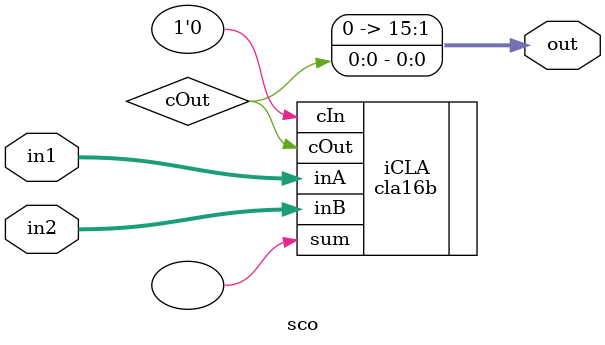
<source format=v>
/*
   CS/ECE 552 Spring '23
  
   Filename        : sco.v
   Description     : This is the module for sco operation.
*/
module sco(in1, in2, out);

input [15:0] in1, in2;

output [15:0] out;

wire cOut;


cla16b iCLA(.sum(), .cOut(cOut), .inA(in1), .inB(in2), .cIn(1'b0));


assign out = {{15{1'h0}}, cOut};

endmodule

</source>
